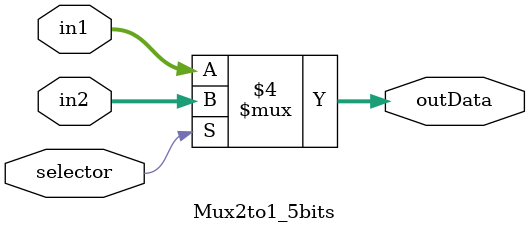
<source format=v>
module Mux2to1_5bits (in1, in2, selector, outData);

input[4:0] in1, in2;
input selector;
output reg[4:0] outData;

always @ (selector)

	if(selector == 1)
		outData = in2;
	else
		outData = in1;



endmodule





</source>
